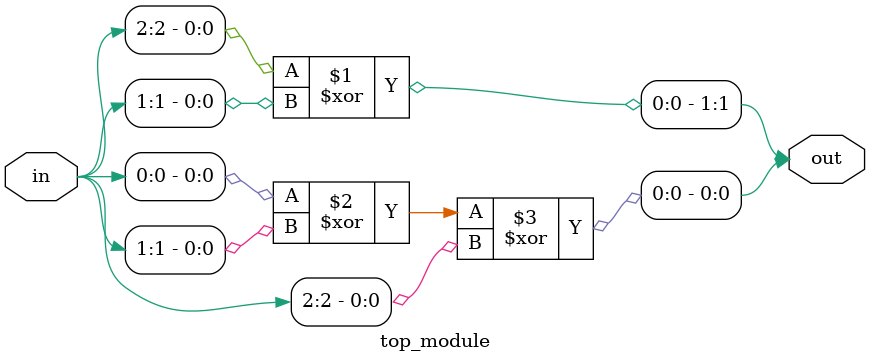
<source format=sv>
module top_module (
	input [2:0] in,
	output [1:0] out
);
	assign out[1] = in[2] ^ in[1];
	assign out[0] = in[0] ^ in[1] ^ in[2];
endmodule

</source>
